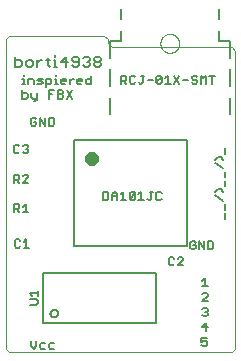
<source format=gto>
G75*
%MOIN*%
%OFA0B0*%
%FSLAX25Y25*%
%IPPOS*%
%LPD*%
%AMOC8*
5,1,8,0,0,1.08239X$1,22.5*
%
%ADD10C,0.00000*%
%ADD11C,0.00500*%
%ADD12C,0.00600*%
%ADD13C,0.00800*%
%ADD14C,0.02300*%
D10*
X0008237Y0004725D02*
X0009487Y0003475D01*
X0083549Y0003475D01*
X0084799Y0004725D01*
X0084799Y0104100D01*
X0083549Y0105350D01*
X0043549Y0105350D01*
X0042299Y0106600D01*
X0042299Y0107850D01*
X0041049Y0109100D01*
X0009487Y0109100D01*
X0008237Y0107850D01*
X0008237Y0004725D01*
X0059774Y0106472D02*
X0059776Y0106584D01*
X0059782Y0106695D01*
X0059792Y0106807D01*
X0059806Y0106918D01*
X0059823Y0107028D01*
X0059845Y0107138D01*
X0059871Y0107247D01*
X0059900Y0107355D01*
X0059933Y0107461D01*
X0059970Y0107567D01*
X0060011Y0107671D01*
X0060056Y0107774D01*
X0060104Y0107875D01*
X0060155Y0107974D01*
X0060210Y0108071D01*
X0060269Y0108166D01*
X0060330Y0108260D01*
X0060395Y0108351D01*
X0060464Y0108439D01*
X0060535Y0108525D01*
X0060609Y0108609D01*
X0060687Y0108689D01*
X0060767Y0108767D01*
X0060850Y0108843D01*
X0060935Y0108915D01*
X0061023Y0108984D01*
X0061113Y0109050D01*
X0061206Y0109112D01*
X0061301Y0109172D01*
X0061398Y0109228D01*
X0061496Y0109280D01*
X0061597Y0109329D01*
X0061699Y0109374D01*
X0061803Y0109416D01*
X0061908Y0109454D01*
X0062015Y0109488D01*
X0062122Y0109518D01*
X0062231Y0109545D01*
X0062340Y0109567D01*
X0062451Y0109586D01*
X0062561Y0109601D01*
X0062673Y0109612D01*
X0062784Y0109619D01*
X0062896Y0109622D01*
X0063008Y0109621D01*
X0063120Y0109616D01*
X0063231Y0109607D01*
X0063342Y0109594D01*
X0063453Y0109577D01*
X0063563Y0109557D01*
X0063672Y0109532D01*
X0063780Y0109504D01*
X0063887Y0109471D01*
X0063993Y0109435D01*
X0064097Y0109395D01*
X0064200Y0109352D01*
X0064302Y0109305D01*
X0064401Y0109254D01*
X0064499Y0109200D01*
X0064595Y0109142D01*
X0064689Y0109081D01*
X0064780Y0109017D01*
X0064869Y0108950D01*
X0064956Y0108879D01*
X0065040Y0108805D01*
X0065122Y0108729D01*
X0065200Y0108649D01*
X0065276Y0108567D01*
X0065349Y0108482D01*
X0065419Y0108395D01*
X0065485Y0108305D01*
X0065549Y0108213D01*
X0065609Y0108119D01*
X0065666Y0108023D01*
X0065719Y0107924D01*
X0065769Y0107824D01*
X0065815Y0107723D01*
X0065858Y0107619D01*
X0065897Y0107514D01*
X0065932Y0107408D01*
X0065963Y0107301D01*
X0065991Y0107192D01*
X0066014Y0107083D01*
X0066034Y0106973D01*
X0066050Y0106862D01*
X0066062Y0106751D01*
X0066070Y0106640D01*
X0066074Y0106528D01*
X0066074Y0106416D01*
X0066070Y0106304D01*
X0066062Y0106193D01*
X0066050Y0106082D01*
X0066034Y0105971D01*
X0066014Y0105861D01*
X0065991Y0105752D01*
X0065963Y0105643D01*
X0065932Y0105536D01*
X0065897Y0105430D01*
X0065858Y0105325D01*
X0065815Y0105221D01*
X0065769Y0105120D01*
X0065719Y0105020D01*
X0065666Y0104921D01*
X0065609Y0104825D01*
X0065549Y0104731D01*
X0065485Y0104639D01*
X0065419Y0104549D01*
X0065349Y0104462D01*
X0065276Y0104377D01*
X0065200Y0104295D01*
X0065122Y0104215D01*
X0065040Y0104139D01*
X0064956Y0104065D01*
X0064869Y0103994D01*
X0064780Y0103927D01*
X0064689Y0103863D01*
X0064595Y0103802D01*
X0064499Y0103744D01*
X0064401Y0103690D01*
X0064302Y0103639D01*
X0064200Y0103592D01*
X0064097Y0103549D01*
X0063993Y0103509D01*
X0063887Y0103473D01*
X0063780Y0103440D01*
X0063672Y0103412D01*
X0063563Y0103387D01*
X0063453Y0103367D01*
X0063342Y0103350D01*
X0063231Y0103337D01*
X0063120Y0103328D01*
X0063008Y0103323D01*
X0062896Y0103322D01*
X0062784Y0103325D01*
X0062673Y0103332D01*
X0062561Y0103343D01*
X0062451Y0103358D01*
X0062340Y0103377D01*
X0062231Y0103399D01*
X0062122Y0103426D01*
X0062015Y0103456D01*
X0061908Y0103490D01*
X0061803Y0103528D01*
X0061699Y0103570D01*
X0061597Y0103615D01*
X0061496Y0103664D01*
X0061398Y0103716D01*
X0061301Y0103772D01*
X0061206Y0103832D01*
X0061113Y0103894D01*
X0061023Y0103960D01*
X0060935Y0104029D01*
X0060850Y0104101D01*
X0060767Y0104177D01*
X0060687Y0104255D01*
X0060609Y0104335D01*
X0060535Y0104419D01*
X0060464Y0104505D01*
X0060395Y0104593D01*
X0060330Y0104684D01*
X0060269Y0104778D01*
X0060210Y0104873D01*
X0060155Y0104970D01*
X0060104Y0105069D01*
X0060056Y0105170D01*
X0060011Y0105273D01*
X0059970Y0105377D01*
X0059933Y0105483D01*
X0059900Y0105589D01*
X0059871Y0105697D01*
X0059845Y0105806D01*
X0059823Y0105916D01*
X0059806Y0106026D01*
X0059792Y0106137D01*
X0059782Y0106249D01*
X0059776Y0106360D01*
X0059774Y0106472D01*
D11*
X0059793Y0095765D02*
X0058893Y0095765D01*
X0058442Y0095314D01*
X0058442Y0093513D01*
X0060244Y0095314D01*
X0060244Y0093513D01*
X0059793Y0093062D01*
X0058893Y0093062D01*
X0058442Y0093513D01*
X0057297Y0094414D02*
X0055496Y0094414D01*
X0054351Y0095765D02*
X0053450Y0095765D01*
X0053900Y0095765D02*
X0053900Y0093513D01*
X0053450Y0093062D01*
X0052999Y0093062D01*
X0052549Y0093513D01*
X0051404Y0093513D02*
X0050954Y0093062D01*
X0050053Y0093062D01*
X0049603Y0093513D01*
X0049603Y0095314D01*
X0050053Y0095765D01*
X0050954Y0095765D01*
X0051404Y0095314D01*
X0048458Y0095314D02*
X0048458Y0094414D01*
X0048007Y0093963D01*
X0046656Y0093963D01*
X0046656Y0093062D02*
X0046656Y0095765D01*
X0048007Y0095765D01*
X0048458Y0095314D01*
X0047557Y0093963D02*
X0048458Y0093062D01*
X0059793Y0095765D02*
X0060244Y0095314D01*
X0061389Y0094864D02*
X0062289Y0095765D01*
X0062289Y0093062D01*
X0061389Y0093062D02*
X0063190Y0093062D01*
X0064335Y0093062D02*
X0066137Y0095765D01*
X0067282Y0094414D02*
X0069083Y0094414D01*
X0070228Y0094864D02*
X0070679Y0094414D01*
X0071579Y0094414D01*
X0072030Y0093963D01*
X0072030Y0093513D01*
X0071579Y0093062D01*
X0070679Y0093062D01*
X0070228Y0093513D01*
X0070228Y0094864D02*
X0070228Y0095314D01*
X0070679Y0095765D01*
X0071579Y0095765D01*
X0072030Y0095314D01*
X0073175Y0095765D02*
X0073175Y0093062D01*
X0074075Y0094864D02*
X0074976Y0095765D01*
X0074976Y0093062D01*
X0074075Y0094864D02*
X0073175Y0095765D01*
X0076121Y0095765D02*
X0077923Y0095765D01*
X0077022Y0095765D02*
X0077022Y0093062D01*
X0066137Y0093062D02*
X0064335Y0095765D01*
X0068549Y0074300D02*
X0031049Y0074300D01*
X0031049Y0038900D01*
X0068549Y0038900D01*
X0068549Y0074300D01*
X0078097Y0067743D02*
X0078998Y0068644D01*
X0079899Y0068644D01*
X0080799Y0067743D01*
X0081250Y0069708D02*
X0081250Y0071509D01*
X0078097Y0066598D02*
X0080799Y0064797D01*
X0081250Y0063652D02*
X0081250Y0061850D01*
X0081250Y0060705D02*
X0081250Y0058904D01*
X0079899Y0057840D02*
X0080799Y0056940D01*
X0079899Y0057840D02*
X0078998Y0057840D01*
X0078097Y0056940D01*
X0078097Y0055795D02*
X0080799Y0053993D01*
X0081250Y0052848D02*
X0081250Y0051047D01*
X0081250Y0049902D02*
X0081250Y0048100D01*
X0076981Y0040490D02*
X0075630Y0040490D01*
X0075630Y0037788D01*
X0076981Y0037788D01*
X0077431Y0038238D01*
X0077431Y0040039D01*
X0076981Y0040490D01*
X0074485Y0040490D02*
X0074485Y0037788D01*
X0072683Y0040490D01*
X0072683Y0037788D01*
X0071538Y0038238D02*
X0071088Y0037788D01*
X0070187Y0037788D01*
X0069737Y0038238D01*
X0069737Y0040039D01*
X0070187Y0040490D01*
X0071088Y0040490D01*
X0071538Y0040039D01*
X0071538Y0039139D02*
X0070638Y0039139D01*
X0071538Y0039139D02*
X0071538Y0038238D01*
X0067297Y0034727D02*
X0067297Y0034277D01*
X0065496Y0032475D01*
X0067297Y0032475D01*
X0067297Y0034727D02*
X0066847Y0035177D01*
X0065946Y0035177D01*
X0065496Y0034727D01*
X0064351Y0034727D02*
X0063901Y0035177D01*
X0063000Y0035177D01*
X0062549Y0034727D01*
X0062549Y0032925D01*
X0063000Y0032475D01*
X0063901Y0032475D01*
X0064351Y0032925D01*
X0073799Y0027402D02*
X0074700Y0028302D01*
X0074700Y0025600D01*
X0073799Y0025600D02*
X0075601Y0025600D01*
X0075151Y0023302D02*
X0074250Y0023302D01*
X0073799Y0022852D01*
X0075151Y0023302D02*
X0075601Y0022852D01*
X0075601Y0022402D01*
X0073799Y0020600D01*
X0075601Y0020600D01*
X0075151Y0018302D02*
X0074250Y0018302D01*
X0073799Y0017852D01*
X0074700Y0016951D02*
X0075151Y0016951D01*
X0075601Y0016501D01*
X0075601Y0016050D01*
X0075151Y0015600D01*
X0074250Y0015600D01*
X0073799Y0016050D01*
X0075151Y0016951D02*
X0075601Y0017402D01*
X0075601Y0017852D01*
X0075151Y0018302D01*
X0075151Y0013302D02*
X0073799Y0011951D01*
X0075601Y0011951D01*
X0075151Y0010600D02*
X0075151Y0013302D01*
X0075288Y0008302D02*
X0073487Y0008302D01*
X0073487Y0006951D01*
X0074388Y0007402D01*
X0074838Y0007402D01*
X0075288Y0006951D01*
X0075288Y0006050D01*
X0074838Y0005600D01*
X0073937Y0005600D01*
X0073487Y0006050D01*
X0059704Y0054312D02*
X0058804Y0054312D01*
X0058353Y0054763D01*
X0058353Y0056564D01*
X0058804Y0057015D01*
X0059704Y0057015D01*
X0060155Y0056564D01*
X0060155Y0054763D02*
X0059704Y0054312D01*
X0056758Y0054763D02*
X0056758Y0057015D01*
X0057208Y0057015D02*
X0056307Y0057015D01*
X0056758Y0054763D02*
X0056307Y0054312D01*
X0055857Y0054312D01*
X0055407Y0054763D01*
X0054262Y0054312D02*
X0052460Y0054312D01*
X0053361Y0054312D02*
X0053361Y0057015D01*
X0052460Y0056114D01*
X0051315Y0056564D02*
X0049514Y0054763D01*
X0049964Y0054312D01*
X0050865Y0054312D01*
X0051315Y0054763D01*
X0051315Y0056564D01*
X0050865Y0057015D01*
X0049964Y0057015D01*
X0049514Y0056564D01*
X0049514Y0054763D01*
X0048369Y0054312D02*
X0046567Y0054312D01*
X0047468Y0054312D02*
X0047468Y0057015D01*
X0046567Y0056114D01*
X0045422Y0056114D02*
X0045422Y0054312D01*
X0045422Y0055664D02*
X0043621Y0055664D01*
X0043621Y0056114D02*
X0043621Y0054312D01*
X0042476Y0054763D02*
X0042476Y0056564D01*
X0042025Y0057015D01*
X0040674Y0057015D01*
X0040674Y0054312D01*
X0042025Y0054312D01*
X0042476Y0054763D01*
X0043621Y0056114D02*
X0044521Y0057015D01*
X0045422Y0056114D01*
X0023856Y0079038D02*
X0024306Y0079488D01*
X0024306Y0081289D01*
X0023856Y0081740D01*
X0022505Y0081740D01*
X0022505Y0079038D01*
X0023856Y0079038D01*
X0021360Y0079038D02*
X0021360Y0081740D01*
X0019558Y0081740D02*
X0021360Y0079038D01*
X0019558Y0079038D02*
X0019558Y0081740D01*
X0018413Y0081289D02*
X0017963Y0081740D01*
X0017062Y0081740D01*
X0016612Y0081289D01*
X0016612Y0079488D01*
X0017062Y0079038D01*
X0017963Y0079038D01*
X0018413Y0079488D01*
X0018413Y0080389D01*
X0017513Y0080389D01*
X0017647Y0087199D02*
X0018097Y0087199D01*
X0018547Y0087650D01*
X0018547Y0089902D01*
X0016746Y0089902D02*
X0016746Y0088550D01*
X0017196Y0088100D01*
X0018547Y0088100D01*
X0015601Y0088550D02*
X0015151Y0088100D01*
X0013799Y0088100D01*
X0013799Y0090802D01*
X0013799Y0089902D02*
X0015151Y0089902D01*
X0015601Y0089451D01*
X0015601Y0088550D01*
X0015764Y0092900D02*
X0015764Y0094702D01*
X0017115Y0094702D01*
X0017565Y0094251D01*
X0017565Y0092900D01*
X0018710Y0092900D02*
X0020061Y0092900D01*
X0020512Y0093350D01*
X0020061Y0093801D01*
X0019161Y0093801D01*
X0018710Y0094251D01*
X0019161Y0094702D01*
X0020512Y0094702D01*
X0021657Y0094702D02*
X0023008Y0094702D01*
X0023458Y0094251D01*
X0023458Y0093350D01*
X0023008Y0092900D01*
X0021657Y0092900D01*
X0021657Y0091999D02*
X0021657Y0094702D01*
X0024603Y0094702D02*
X0025054Y0094702D01*
X0025054Y0092900D01*
X0025504Y0092900D02*
X0024603Y0092900D01*
X0024441Y0090802D02*
X0022639Y0090802D01*
X0022639Y0088100D01*
X0022639Y0089451D02*
X0023540Y0089451D01*
X0025585Y0089451D02*
X0026937Y0089451D01*
X0027387Y0089001D01*
X0027387Y0088550D01*
X0026937Y0088100D01*
X0025585Y0088100D01*
X0025585Y0090802D01*
X0026937Y0090802D01*
X0027387Y0090352D01*
X0027387Y0089902D01*
X0026937Y0089451D01*
X0028532Y0088100D02*
X0030334Y0090802D01*
X0029514Y0092900D02*
X0029514Y0094702D01*
X0029514Y0093801D02*
X0030415Y0094702D01*
X0030865Y0094702D01*
X0031970Y0094251D02*
X0031970Y0093350D01*
X0032420Y0092900D01*
X0033321Y0092900D01*
X0033771Y0093801D02*
X0031970Y0093801D01*
X0031970Y0094251D02*
X0032420Y0094702D01*
X0033321Y0094702D01*
X0033771Y0094251D01*
X0033771Y0093801D01*
X0034916Y0094251D02*
X0035366Y0094702D01*
X0036718Y0094702D01*
X0036718Y0095602D02*
X0036718Y0092900D01*
X0035366Y0092900D01*
X0034916Y0093350D01*
X0034916Y0094251D01*
X0028532Y0090802D02*
X0030334Y0088100D01*
X0027919Y0092900D02*
X0027018Y0092900D01*
X0026568Y0093350D01*
X0026568Y0094251D01*
X0027018Y0094702D01*
X0027919Y0094702D01*
X0028369Y0094251D01*
X0028369Y0093801D01*
X0026568Y0093801D01*
X0025054Y0095602D02*
X0025054Y0096053D01*
X0014250Y0096053D02*
X0014250Y0095602D01*
X0014250Y0094702D02*
X0013799Y0094702D01*
X0014250Y0094702D02*
X0014250Y0092900D01*
X0014700Y0092900D02*
X0013799Y0092900D01*
X0014384Y0072677D02*
X0013933Y0072227D01*
X0014384Y0072677D02*
X0015285Y0072677D01*
X0015735Y0072227D01*
X0015735Y0071777D01*
X0015285Y0071326D01*
X0015735Y0070876D01*
X0015735Y0070425D01*
X0015285Y0069975D01*
X0014384Y0069975D01*
X0013933Y0070425D01*
X0012788Y0070425D02*
X0012338Y0069975D01*
X0011437Y0069975D01*
X0010987Y0070425D01*
X0010987Y0072227D01*
X0011437Y0072677D01*
X0012338Y0072677D01*
X0012788Y0072227D01*
X0014834Y0071326D02*
X0015285Y0071326D01*
X0015285Y0062677D02*
X0014384Y0062677D01*
X0013933Y0062227D01*
X0012788Y0062227D02*
X0012788Y0061326D01*
X0012338Y0060876D01*
X0010987Y0060876D01*
X0011888Y0060876D02*
X0012788Y0059975D01*
X0013933Y0059975D02*
X0015735Y0061777D01*
X0015735Y0062227D01*
X0015285Y0062677D01*
X0015735Y0059975D02*
X0013933Y0059975D01*
X0012788Y0062227D02*
X0012338Y0062677D01*
X0010987Y0062677D01*
X0010987Y0059975D01*
X0010987Y0052990D02*
X0012338Y0052990D01*
X0012788Y0052539D01*
X0012788Y0051639D01*
X0012338Y0051188D01*
X0010987Y0051188D01*
X0010987Y0050287D02*
X0010987Y0052990D01*
X0011888Y0051188D02*
X0012788Y0050287D01*
X0013933Y0050287D02*
X0015735Y0050287D01*
X0014834Y0050287D02*
X0014834Y0052990D01*
X0013933Y0052089D01*
X0015147Y0041115D02*
X0015147Y0038413D01*
X0016047Y0038413D02*
X0014246Y0038413D01*
X0013101Y0038863D02*
X0012651Y0038413D01*
X0011750Y0038413D01*
X0011299Y0038863D01*
X0011299Y0040664D01*
X0011750Y0041115D01*
X0012651Y0041115D01*
X0013101Y0040664D01*
X0014246Y0040214D02*
X0015147Y0041115D01*
X0018924Y0024098D02*
X0018924Y0022297D01*
X0018924Y0023197D02*
X0016222Y0023197D01*
X0017123Y0022297D01*
X0016222Y0021152D02*
X0018474Y0021152D01*
X0018924Y0020701D01*
X0018924Y0019800D01*
X0018474Y0019350D01*
X0016222Y0019350D01*
X0016612Y0007365D02*
X0016612Y0005563D01*
X0017513Y0004663D01*
X0018413Y0005563D01*
X0018413Y0007365D01*
X0019558Y0006014D02*
X0019558Y0005113D01*
X0020009Y0004663D01*
X0021360Y0004663D01*
X0022505Y0005113D02*
X0022505Y0006014D01*
X0022955Y0006464D01*
X0024306Y0006464D01*
X0024306Y0004663D02*
X0022955Y0004663D01*
X0022505Y0005113D01*
X0021360Y0006464D02*
X0020009Y0006464D01*
X0019558Y0006014D01*
D12*
X0042924Y0082850D02*
X0042924Y0088362D01*
X0042924Y0092299D02*
X0042924Y0097811D01*
X0042924Y0101748D02*
X0042924Y0107259D01*
X0046586Y0107259D01*
X0046586Y0110586D01*
X0046586Y0114523D02*
X0046586Y0117850D01*
X0039407Y0102053D02*
X0038273Y0102053D01*
X0037706Y0101486D01*
X0037706Y0100919D01*
X0038273Y0100351D01*
X0039407Y0100351D01*
X0039974Y0099784D01*
X0039974Y0099217D01*
X0039407Y0098650D01*
X0038273Y0098650D01*
X0037706Y0099217D01*
X0037706Y0099784D01*
X0038273Y0100351D01*
X0039407Y0100351D02*
X0039974Y0100919D01*
X0039974Y0101486D01*
X0039407Y0102053D01*
X0036291Y0101486D02*
X0036291Y0100919D01*
X0035724Y0100351D01*
X0036291Y0099784D01*
X0036291Y0099217D01*
X0035724Y0098650D01*
X0034590Y0098650D01*
X0034023Y0099217D01*
X0032608Y0099217D02*
X0032608Y0101486D01*
X0032041Y0102053D01*
X0030907Y0102053D01*
X0030339Y0101486D01*
X0030339Y0100919D01*
X0030907Y0100351D01*
X0032608Y0100351D01*
X0032608Y0099217D02*
X0032041Y0098650D01*
X0030907Y0098650D01*
X0030339Y0099217D01*
X0028925Y0100351D02*
X0026656Y0100351D01*
X0028358Y0102053D01*
X0028358Y0098650D01*
X0025335Y0098650D02*
X0024201Y0098650D01*
X0024768Y0098650D02*
X0024768Y0100919D01*
X0024201Y0100919D01*
X0024768Y0102053D02*
X0024768Y0102620D01*
X0022880Y0100919D02*
X0021745Y0100919D01*
X0022313Y0101486D02*
X0022313Y0099217D01*
X0022880Y0098650D01*
X0020378Y0100919D02*
X0019810Y0100919D01*
X0018676Y0099784D01*
X0018676Y0098650D02*
X0018676Y0100919D01*
X0017262Y0100351D02*
X0017262Y0099217D01*
X0016694Y0098650D01*
X0015560Y0098650D01*
X0014993Y0099217D01*
X0014993Y0100351D01*
X0015560Y0100919D01*
X0016694Y0100919D01*
X0017262Y0100351D01*
X0013578Y0100351D02*
X0013578Y0099217D01*
X0013011Y0098650D01*
X0011310Y0098650D01*
X0011310Y0102053D01*
X0011310Y0100919D02*
X0013011Y0100919D01*
X0013578Y0100351D01*
X0034023Y0101486D02*
X0034590Y0102053D01*
X0035724Y0102053D01*
X0036291Y0101486D01*
X0035724Y0100351D02*
X0035157Y0100351D01*
X0079263Y0107259D02*
X0079263Y0110586D01*
X0079263Y0107259D02*
X0082924Y0107259D01*
X0082924Y0101748D01*
X0082924Y0097811D02*
X0082924Y0092299D01*
X0082924Y0088362D02*
X0082924Y0082850D01*
X0079263Y0114523D02*
X0079263Y0117850D01*
D13*
X0058385Y0030065D02*
X0020589Y0030065D01*
X0020589Y0013135D01*
X0058385Y0013135D01*
X0058385Y0030065D01*
X0023148Y0016482D02*
X0023150Y0016553D01*
X0023156Y0016624D01*
X0023166Y0016695D01*
X0023180Y0016764D01*
X0023197Y0016833D01*
X0023219Y0016901D01*
X0023244Y0016968D01*
X0023273Y0017033D01*
X0023305Y0017096D01*
X0023341Y0017158D01*
X0023380Y0017217D01*
X0023423Y0017274D01*
X0023468Y0017329D01*
X0023517Y0017381D01*
X0023568Y0017430D01*
X0023622Y0017476D01*
X0023679Y0017520D01*
X0023737Y0017560D01*
X0023798Y0017596D01*
X0023861Y0017630D01*
X0023926Y0017659D01*
X0023992Y0017685D01*
X0024060Y0017708D01*
X0024128Y0017726D01*
X0024198Y0017741D01*
X0024268Y0017752D01*
X0024339Y0017759D01*
X0024410Y0017762D01*
X0024481Y0017761D01*
X0024552Y0017756D01*
X0024623Y0017747D01*
X0024693Y0017734D01*
X0024762Y0017718D01*
X0024830Y0017697D01*
X0024897Y0017673D01*
X0024963Y0017645D01*
X0025026Y0017613D01*
X0025088Y0017578D01*
X0025148Y0017540D01*
X0025206Y0017498D01*
X0025261Y0017454D01*
X0025314Y0017406D01*
X0025364Y0017355D01*
X0025411Y0017302D01*
X0025455Y0017246D01*
X0025496Y0017188D01*
X0025534Y0017127D01*
X0025568Y0017065D01*
X0025598Y0017000D01*
X0025625Y0016935D01*
X0025649Y0016867D01*
X0025668Y0016799D01*
X0025684Y0016730D01*
X0025696Y0016659D01*
X0025704Y0016589D01*
X0025708Y0016518D01*
X0025708Y0016446D01*
X0025704Y0016375D01*
X0025696Y0016305D01*
X0025684Y0016234D01*
X0025668Y0016165D01*
X0025649Y0016097D01*
X0025625Y0016029D01*
X0025598Y0015964D01*
X0025568Y0015899D01*
X0025534Y0015837D01*
X0025496Y0015776D01*
X0025455Y0015718D01*
X0025411Y0015662D01*
X0025364Y0015609D01*
X0025314Y0015558D01*
X0025261Y0015510D01*
X0025206Y0015466D01*
X0025148Y0015424D01*
X0025088Y0015386D01*
X0025026Y0015351D01*
X0024963Y0015319D01*
X0024897Y0015291D01*
X0024830Y0015267D01*
X0024762Y0015246D01*
X0024693Y0015230D01*
X0024623Y0015217D01*
X0024552Y0015208D01*
X0024481Y0015203D01*
X0024410Y0015202D01*
X0024339Y0015205D01*
X0024268Y0015212D01*
X0024198Y0015223D01*
X0024128Y0015238D01*
X0024060Y0015256D01*
X0023992Y0015279D01*
X0023926Y0015305D01*
X0023861Y0015334D01*
X0023798Y0015368D01*
X0023737Y0015404D01*
X0023679Y0015444D01*
X0023622Y0015488D01*
X0023568Y0015534D01*
X0023517Y0015583D01*
X0023468Y0015635D01*
X0023423Y0015690D01*
X0023380Y0015747D01*
X0023341Y0015806D01*
X0023305Y0015868D01*
X0023273Y0015931D01*
X0023244Y0015996D01*
X0023219Y0016063D01*
X0023197Y0016131D01*
X0023180Y0016200D01*
X0023166Y0016269D01*
X0023156Y0016340D01*
X0023150Y0016411D01*
X0023148Y0016482D01*
D14*
X0035699Y0068100D02*
X0035701Y0068166D01*
X0035707Y0068231D01*
X0035717Y0068296D01*
X0035730Y0068361D01*
X0035748Y0068424D01*
X0035769Y0068487D01*
X0035794Y0068547D01*
X0035823Y0068607D01*
X0035855Y0068664D01*
X0035890Y0068720D01*
X0035929Y0068773D01*
X0035971Y0068824D01*
X0036015Y0068872D01*
X0036063Y0068917D01*
X0036113Y0068960D01*
X0036166Y0068999D01*
X0036221Y0069036D01*
X0036278Y0069069D01*
X0036337Y0069098D01*
X0036397Y0069124D01*
X0036459Y0069146D01*
X0036522Y0069165D01*
X0036586Y0069179D01*
X0036651Y0069190D01*
X0036717Y0069197D01*
X0036783Y0069200D01*
X0036848Y0069199D01*
X0036914Y0069194D01*
X0036979Y0069185D01*
X0037044Y0069172D01*
X0037107Y0069156D01*
X0037170Y0069136D01*
X0037231Y0069111D01*
X0037291Y0069084D01*
X0037349Y0069053D01*
X0037405Y0069018D01*
X0037459Y0068980D01*
X0037510Y0068939D01*
X0037559Y0068895D01*
X0037605Y0068848D01*
X0037649Y0068799D01*
X0037689Y0068747D01*
X0037726Y0068692D01*
X0037760Y0068636D01*
X0037790Y0068577D01*
X0037817Y0068517D01*
X0037840Y0068456D01*
X0037859Y0068393D01*
X0037875Y0068329D01*
X0037887Y0068264D01*
X0037895Y0068199D01*
X0037899Y0068133D01*
X0037899Y0068067D01*
X0037895Y0068001D01*
X0037887Y0067936D01*
X0037875Y0067871D01*
X0037859Y0067807D01*
X0037840Y0067744D01*
X0037817Y0067683D01*
X0037790Y0067623D01*
X0037760Y0067564D01*
X0037726Y0067508D01*
X0037689Y0067453D01*
X0037649Y0067401D01*
X0037605Y0067352D01*
X0037559Y0067305D01*
X0037510Y0067261D01*
X0037459Y0067220D01*
X0037405Y0067182D01*
X0037349Y0067147D01*
X0037291Y0067116D01*
X0037231Y0067089D01*
X0037170Y0067064D01*
X0037107Y0067044D01*
X0037044Y0067028D01*
X0036979Y0067015D01*
X0036914Y0067006D01*
X0036848Y0067001D01*
X0036783Y0067000D01*
X0036717Y0067003D01*
X0036651Y0067010D01*
X0036586Y0067021D01*
X0036522Y0067035D01*
X0036459Y0067054D01*
X0036397Y0067076D01*
X0036337Y0067102D01*
X0036278Y0067131D01*
X0036221Y0067164D01*
X0036166Y0067201D01*
X0036113Y0067240D01*
X0036063Y0067283D01*
X0036015Y0067328D01*
X0035971Y0067376D01*
X0035929Y0067427D01*
X0035890Y0067480D01*
X0035855Y0067536D01*
X0035823Y0067593D01*
X0035794Y0067653D01*
X0035769Y0067713D01*
X0035748Y0067776D01*
X0035730Y0067839D01*
X0035717Y0067904D01*
X0035707Y0067969D01*
X0035701Y0068034D01*
X0035699Y0068100D01*
M02*

</source>
